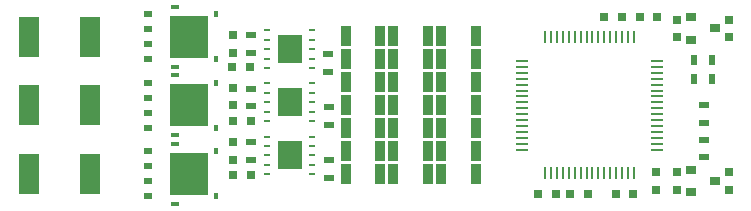
<source format=gbp>
%TF.GenerationSoftware,KiCad,Pcbnew,(5.0.0-rc2-dev-387-ge7ed41593)*%
%TF.CreationDate,2018-04-19T15:37:23+02:00*%
%TF.ProjectId,MINI VESC,4D494E4920564553432E6B696361645F,rev?*%
%TF.SameCoordinates,Original*%
%TF.FileFunction,Paste,Bot*%
%TF.FilePolarity,Positive*%
%FSLAX46Y46*%
G04 Gerber Fmt 4.6, Leading zero omitted, Abs format (unit mm)*
G04 Created by KiCad (PCBNEW (5.0.0-rc2-dev-387-ge7ed41593)) date 04/19/18 15:37:23*
%MOMM*%
%LPD*%
G01*
G04 APERTURE LIST*
%ADD10R,0.500000X0.900000*%
%ADD11R,0.900000X1.700000*%
%ADD12R,0.900000X0.500000*%
%ADD13R,0.750000X0.800000*%
%ADD14R,0.800000X0.750000*%
%ADD15R,0.228000X0.988364*%
%ADD16R,0.988364X0.228000*%
%ADD17R,0.340000X0.600000*%
%ADD18R,0.800000X0.600000*%
%ADD19R,3.284000X3.648000*%
%ADD20R,0.724000X0.396000*%
%ADD21R,0.480000X0.240000*%
%ADD22R,2.080000X2.400000*%
%ADD23R,1.800000X3.400000*%
%ADD24R,0.900000X0.800000*%
G04 APERTURE END LIST*
D10*
X130250000Y-88750000D03*
X128750000Y-88750000D03*
X130250000Y-87200000D03*
X128750000Y-87200000D03*
D11*
X102150000Y-92950000D03*
X99250000Y-92950000D03*
X103300000Y-92950000D03*
X106200000Y-92950000D03*
X103300000Y-87100000D03*
X106200000Y-87100000D03*
X102150000Y-89050000D03*
X99250000Y-89050000D03*
X102150000Y-96850000D03*
X99250000Y-96850000D03*
X103300000Y-89050000D03*
X106200000Y-89050000D03*
X103300000Y-91000000D03*
X106200000Y-91000000D03*
X102150000Y-87100000D03*
X99250000Y-87100000D03*
X103300000Y-85150000D03*
X106200000Y-85150000D03*
X102150000Y-94900000D03*
X99250000Y-94900000D03*
D12*
X129550000Y-91000000D03*
X129550000Y-92500000D03*
X129600000Y-95400000D03*
X129600000Y-93900000D03*
X97750000Y-88150000D03*
X97750000Y-86650000D03*
X91250000Y-85050000D03*
X91250000Y-86550000D03*
X97800000Y-97150000D03*
X97800000Y-95650000D03*
X91250000Y-94150000D03*
X91250000Y-95650000D03*
X97800000Y-92650000D03*
X97800000Y-91150000D03*
X91250000Y-89600000D03*
X91250000Y-91100000D03*
D13*
X125500000Y-98150000D03*
X125500000Y-96650000D03*
D14*
X118250000Y-98500000D03*
X119750000Y-98500000D03*
X121150000Y-83500000D03*
X122650000Y-83500000D03*
X91150000Y-87800000D03*
X89650000Y-87800000D03*
X91250000Y-96900000D03*
X89750000Y-96900000D03*
X91250000Y-92350000D03*
X89750000Y-92350000D03*
D13*
X89750000Y-86550000D03*
X89750000Y-85050000D03*
X89750000Y-95650000D03*
X89750000Y-94150000D03*
X89750000Y-91000000D03*
X89750000Y-89500000D03*
D15*
X122150440Y-96750560D03*
X121650060Y-96750560D03*
X121149680Y-96750560D03*
X120649300Y-96750560D03*
X120148920Y-96750560D03*
X123649040Y-96750560D03*
X123151200Y-96750560D03*
X122650820Y-96750560D03*
D16*
X114149440Y-94749040D03*
X114149440Y-94251200D03*
X114149440Y-93750820D03*
X114149440Y-93250440D03*
X114149440Y-92750060D03*
X114149440Y-92249680D03*
X114149440Y-91749300D03*
X114149440Y-91248920D03*
D15*
X116150960Y-85249440D03*
X116648800Y-85249440D03*
X117149180Y-85249440D03*
X117649560Y-85249440D03*
X118149940Y-85249440D03*
X118650320Y-85249440D03*
X119150700Y-85249440D03*
X119651080Y-85249440D03*
D16*
X125650560Y-87250960D03*
X125650560Y-87748800D03*
X125650560Y-88249180D03*
X125650560Y-88749560D03*
X125650560Y-89249940D03*
X125650560Y-89750320D03*
X125650560Y-90250700D03*
X125650560Y-90751080D03*
D15*
X119651080Y-96750560D03*
X119150700Y-96750560D03*
X118650320Y-96750560D03*
D16*
X114149440Y-90751080D03*
X114149440Y-90250700D03*
X114149440Y-89750320D03*
D15*
X120148920Y-85249440D03*
X120649300Y-85249440D03*
X121149680Y-85249440D03*
D16*
X125650560Y-91248920D03*
X125650560Y-91749300D03*
X125650560Y-92249680D03*
D15*
X118149940Y-96750560D03*
X117649560Y-96750560D03*
X117149180Y-96750560D03*
X116648800Y-96750560D03*
X116150960Y-96750560D03*
D16*
X114149440Y-89249940D03*
X114149440Y-88749560D03*
X114149440Y-88249180D03*
X114149440Y-87748800D03*
X114149440Y-87250960D03*
D15*
X121650060Y-85249440D03*
X122150440Y-85249440D03*
X122650820Y-85249440D03*
X123151200Y-85249440D03*
X123649040Y-85249440D03*
D16*
X125650560Y-92750060D03*
X125650560Y-93250440D03*
X125650560Y-93750820D03*
X125650560Y-94251200D03*
X125650560Y-94749040D03*
D11*
X103300000Y-94900000D03*
X106200000Y-94900000D03*
X102150000Y-85150000D03*
X99250000Y-85150000D03*
X102150000Y-91000000D03*
X99250000Y-91000000D03*
X103300000Y-96850000D03*
X106200000Y-96850000D03*
X110250000Y-85150000D03*
X107350000Y-85150000D03*
X110250000Y-87100000D03*
X107350000Y-87100000D03*
X110250000Y-94900000D03*
X107350000Y-94900000D03*
X110250000Y-96850000D03*
X107350000Y-96850000D03*
X110250000Y-89050000D03*
X107350000Y-89050000D03*
X110250000Y-91000000D03*
X107350000Y-91000000D03*
X110250000Y-92950000D03*
X107350000Y-92950000D03*
D17*
X88282500Y-89095000D03*
D18*
X82500000Y-89095000D03*
X82500000Y-90365000D03*
X82500000Y-91635000D03*
X82500000Y-92905000D03*
D19*
X86017500Y-91000000D03*
D17*
X88282500Y-92905000D03*
D20*
X84842500Y-93527500D03*
X84842500Y-88472500D03*
D17*
X88282500Y-94895000D03*
D18*
X82500000Y-94895000D03*
X82500000Y-96165000D03*
X82500000Y-97435000D03*
X82500000Y-98705000D03*
D19*
X86017500Y-96800000D03*
D17*
X88282500Y-98705000D03*
D20*
X84842500Y-99327500D03*
X84842500Y-94272500D03*
D17*
X88282500Y-83295000D03*
D18*
X82500000Y-83295000D03*
X82500000Y-84565000D03*
X82500000Y-85835000D03*
X82500000Y-87105000D03*
D19*
X86017500Y-85200000D03*
D17*
X88282500Y-87105000D03*
D20*
X84842500Y-87727500D03*
X84842500Y-82672500D03*
D21*
X96400000Y-89950000D03*
D22*
X94500000Y-90750000D03*
D21*
X96400000Y-89150000D03*
X92600000Y-89150000D03*
X96400000Y-90750000D03*
X92600000Y-90750000D03*
X92600000Y-91550000D03*
X92600000Y-92350000D03*
X92600000Y-89950000D03*
X96400000Y-91550000D03*
X96400000Y-92350000D03*
X96400000Y-94450000D03*
D22*
X94500000Y-95250000D03*
D21*
X96400000Y-93650000D03*
X92600000Y-93650000D03*
X96400000Y-95250000D03*
X92600000Y-95250000D03*
X92600000Y-96050000D03*
X92600000Y-96850000D03*
X92600000Y-94450000D03*
X96400000Y-96050000D03*
X96400000Y-96850000D03*
X96400000Y-85450000D03*
D22*
X94500000Y-86250000D03*
D21*
X96400000Y-84650000D03*
X92600000Y-84650000D03*
X96400000Y-86250000D03*
X92600000Y-86250000D03*
X92600000Y-87050000D03*
X92600000Y-87850000D03*
X92600000Y-85450000D03*
X96400000Y-87050000D03*
X96400000Y-87850000D03*
D23*
X72400000Y-91000000D03*
X77600000Y-91000000D03*
X72400000Y-96800000D03*
X77600000Y-96800000D03*
X72400000Y-85200000D03*
X77600000Y-85200000D03*
D14*
X125650000Y-83500000D03*
X124150000Y-83500000D03*
X122100000Y-98500000D03*
X123600000Y-98500000D03*
X115550000Y-98500000D03*
X117050000Y-98500000D03*
D13*
X131700000Y-98167242D03*
X131700000Y-96667242D03*
X127300000Y-85250000D03*
X127300000Y-83750000D03*
X131700000Y-85250000D03*
X131700000Y-83750000D03*
X127300000Y-98167242D03*
X127300000Y-96667242D03*
D24*
X128500000Y-85450000D03*
X128500000Y-83550000D03*
X130500000Y-84500000D03*
X128500000Y-98367242D03*
X128500000Y-96467242D03*
X130500000Y-97417242D03*
M02*

</source>
